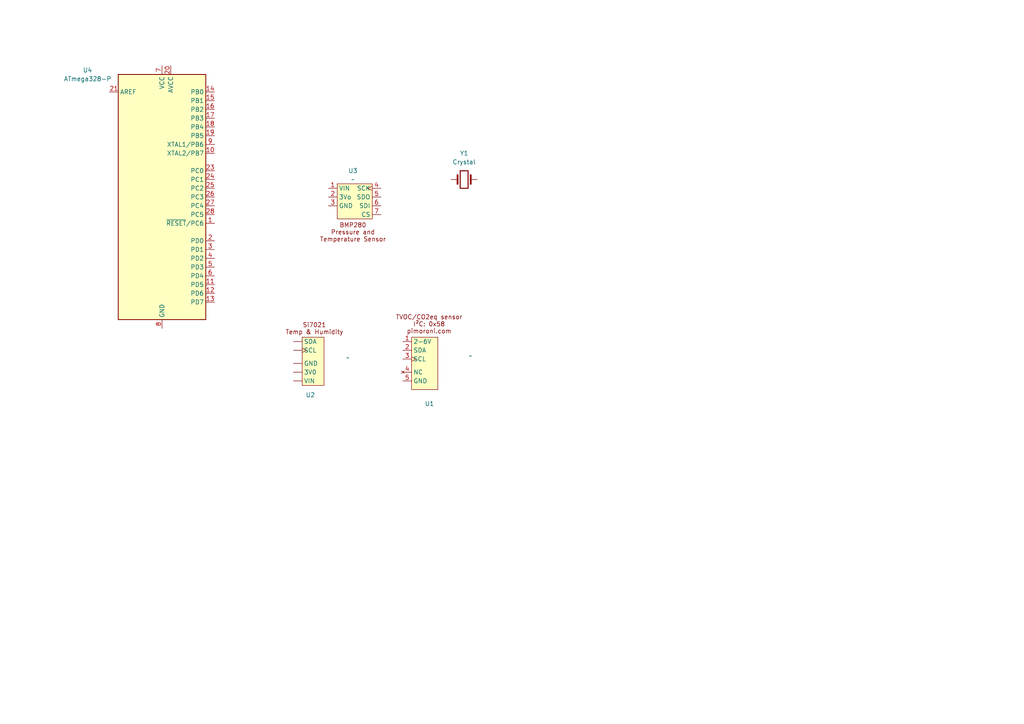
<source format=kicad_sch>
(kicad_sch (version 20231120) (generator "eeschema") (generator_version "8.0")
  (paper "A4")
  (lib_symbols
    (symbol "Device:Crystal" (pin_numbers hide) (pin_names (offset 1.016) hide)
      (property "Reference" "Y" (at 0 3.81 0))
      (property "Value" "Crystal" (at 0 -3.81 0))
      (symbol "Crystal_0_1"
        (rectangle (start -1.143 2.54) (end 1.143 -2.54) (stroke (width 0.3048)))
        (polyline (pts (xy -2.54 0) (xy -1.905 0)))
        (polyline (pts (xy -1.905 -1.27) (xy -1.905 1.27)) (stroke (width 0.508)))
        (polyline (pts (xy 1.905 -1.27) (xy 1.905 1.27)) (stroke (width 0.508)))
        (polyline (pts (xy 2.54 0) (xy 1.905 0)))
      )
      (symbol "Crystal_1_1"
        (pin passive line (at -3.81 0 0) (length 1.27) (name "1") (number "1"))
        (pin passive line (at 3.81 0 180) (length 1.27) (name "2") (number "2"))
      )
    )
    (symbol "MCU_Microchip_ATmega:ATmega328-P"
      (property "Reference" "U" (at -12.7 36.83 0))
      (property "Value" "ATmega328-P" (at 2.54 -36.83 0))
      (symbol "ATmega328-P_0_1"
        (rectangle (start -12.7 -35.56) (end 12.7 35.56) (stroke (width 0.254)) (fill (type background)))
      )
      (symbol "ATmega328-P_1_1"
        (pin bidirectional line (at 15.24 -7.62 180) (length 2.54) (name "~{RESET}/PC6") (number "1"))
        (pin bidirectional line (at 15.24 12.7 180) (length 2.54) (name "XTAL2/PB7") (number "10"))
        (pin bidirectional line (at 15.24 -25.4 180) (length 2.54) (name "PD5") (number "11"))
        (pin bidirectional line (at 15.24 -27.94 180) (length 2.54) (name "PD6") (number "12"))
        (pin bidirectional line (at 15.24 -30.48 180) (length 2.54) (name "PD7") (number "13"))
        (pin bidirectional line (at 15.24 30.48 180) (length 2.54) (name "PB0") (number "14"))
        (pin bidirectional line (at 15.24 27.94 180) (length 2.54) (name "PB1") (number "15"))
        (pin bidirectional line (at 15.24 25.4 180) (length 2.54) (name "PB2") (number "16"))
        (pin bidirectional line (at 15.24 22.86 180) (length 2.54) (name "PB3") (number "17"))
        (pin bidirectional line (at 15.24 20.32 180) (length 2.54) (name "PB4") (number "18"))
        (pin bidirectional line (at 15.24 17.78 180) (length 2.54) (name "PB5") (number "19"))
        (pin bidirectional line (at 15.24 -12.7 180) (length 2.54) (name "PD0") (number "2"))
        (pin power_in line (at 2.54 38.1 270) (length 2.54) (name "AVCC") (number "20"))
        (pin passive line (at -15.24 30.48 0) (length 2.54) (name "AREF") (number "21"))
        (pin passive line (at 0 -38.1 90) (length 2.54) hide (name "GND") (number "22"))
        (pin bidirectional line (at 15.24 7.62 180) (length 2.54) (name "PC0") (number "23"))
        (pin bidirectional line (at 15.24 5.08 180) (length 2.54) (name "PC1") (number "24"))
        (pin bidirectional line (at 15.24 2.54 180) (length 2.54) (name "PC2") (number "25"))
        (pin bidirectional line (at 15.24 0 180) (length 2.54) (name "PC3") (number "26"))
        (pin bidirectional line (at 15.24 -2.54 180) (length 2.54) (name "PC4") (number "27"))
        (pin bidirectional line (at 15.24 -5.08 180) (length 2.54) (name "PC5") (number "28"))
        (pin bidirectional line (at 15.24 -15.24 180) (length 2.54) (name "PD1") (number "3"))
        (pin bidirectional line (at 15.24 -17.78 180) (length 2.54) (name "PD2") (number "4"))
        (pin bidirectional line (at 15.24 -20.32 180) (length 2.54) (name "PD3") (number "5"))
        (pin bidirectional line (at 15.24 -22.86 180) (length 2.54) (name "PD4") (number "6"))
        (pin power_in line (at 0 38.1 270) (length 2.54) (name "VCC") (number "7"))
        (pin power_in line (at 0 -38.1 90) (length 2.54) (name "GND") (number "8"))
        (pin bidirectional line (at 15.24 15.24 180) (length 2.54) (name "XTAL1/PB6") (number "9"))
      )
    )
    (symbol "sensors:BMP280"
      (property "Reference" "U" (at 0 0 0))
      (symbol "BMP280_1_1"
        (rectangle (start -3.81 20.32) (end 6.35 10.16) (fill (type background)))
        (text "BMP280\nPressure and\nTemperature Sensor" (at 0.762 6.35 0) (effects (font (size 1.27 1.27))))
        (pin power_in line (at -6.35 19.05 0) (length 2.54) (name "VIN") (number "1"))
        (pin power_in line (at -6.35 16.51 0) (length 2.54) (name "3Vo") (number "2"))
        (pin power_in line (at -6.35 13.97 0) (length 2.54) (name "GND") (number "3"))
        (pin input clock (at 8.89 19.05 180) (length 2.54) (name "SCK") (number "4"))
        (pin output line (at 8.89 16.51 180) (length 2.54) (name "SDO") (number "5"))
        (pin input line (at 8.89 13.97 180) (length 2.54) (name "SDI") (number "6"))
        (pin input line (at 8.89 11.43 180) (length 2.54) (name "CS") (number "7"))
      )
    )
    (symbol "sensors:SGP30"
      (property "Reference" "U" (at 0 -10.668 0))
      (symbol "SGP30_1_1"
        (rectangle (start -3.81 6.35) (end 3.81 -8.89) (fill (type background)))
        (text "TVOC/CO2eq sensor\nI²C: 0x58\npimoroni.com" (at 1.27 10.16 0) (effects (font (size 1.27 1.27))))
        (pin power_in line (at -6.35 5.08 0) (length 2.54) (name "2-6V") (number "1"))
        (pin bidirectional line (at -6.35 2.54 0) (length 2.54) (name "SDA") (number "2"))
        (pin input clock (at -6.35 0 0) (length 2.54) (name "SCL") (number "3"))
        (pin no_connect line (at -6.35 -3.81 0) (length 2.54) (name "NC") (number "4"))
        (pin power_in line (at -6.35 -6.35 0) (length 2.54) (name "GND") (number "5"))
      )
    )
    (symbol "sensors:Si7021Original"
      (property "Reference" "U" (at 0.254 -8.382 0))
      (symbol "Si7021Original_1_1"
        (rectangle (start -1.27 10.16) (end 5.08 -3.81) (fill (type background)))
        (text "Si7021\nTemp & Humidity" (at 2.286 12.7 0) (effects (font (size 1.27 1.27))))
        (pin power_in line (at -3.81 0 0) (length 2.54) (name "3V0") (number ""))
        (pin power_in line (at -3.81 2.54 0) (length 2.54) (name "GND") (number ""))
        (pin input clock (at -3.81 6.35 0) (length 2.54) (name "SCL") (number ""))
        (pin bidirectional line (at -3.81 8.89 0) (length 2.54) (name "SDA") (number ""))
        (pin power_in line (at -3.81 -2.54 0) (length 2.54) (name "VIN") (number ""))
      )
    )
  )
  (symbol (lib_id "MCU_Microchip_ATmega:ATmega328-P") (at 46.99 57.15 0) (unit 1)
    (property "Reference" "U4" (at 25.4 20.3514 0))
    (property "Value" "ATmega328-P" (at 25.4 22.8914 0))
    (property "Footprint" "Package_DIP:DIP-28_W7.62mm" (effects (hide yes)))
    (property "Datasheet" "http://ww1.microchip.com/downloads/en/DeviceDoc/ATmega328_P%20AVR%20MCU%20with%20picoPower%20Technology%20Data%20Sheet%2040001984A.pdf" (effects (hide yes)))
    (property "Description" "20MHz, 32kB Flash, 2kB SRAM, 1kB EEPROM, DIP-28" (effects (hide yes)))
  )
  (symbol (lib_id "sensors:Si7021Original") (at 88.9 107.95 0) (unit 1)
    (property "Reference" "U2" (at 88.646 114.554 0) (effects (justify left)))
    (property "Value" "~" (at 100.33 103.753 0) (effects (justify left)))
    (property "Footprint" "sensors:Si7021original" (effects (hide yes)))
  )
  (symbol (lib_id "Device:Crystal") (at 134.62 52.07 0) (unit 1)
    (property "Reference" "Y1" (at 134.62 44.45 0))
    (property "Value" "Crystal" (at 134.62 46.99 0))
    (property "Footprint" "Crystal:Resonator-2Pin_W10.0mm_H5.0mm" (effects (hide yes)))
    (property "Description" "Two pin crystal" (effects (hide yes)))
  )
  (symbol (lib_id "sensors:SGP30") (at 123.19 104.14 0) (unit 1)
    (property "Reference" "U1" (at 123.19 117.094 0) (effects (justify left)))
    (property "Value" "~" (at 135.89 103.2418 0) (effects (justify left)))
    (property "Footprint" "sensors:SGP30" (effects (hide yes)))
  )
  (symbol (lib_id "sensors:BMP280") (at 101.6 73.66 0) (unit 1)
    (property "Reference" "U3" (at 102.362 49.53 0))
    (property "Value" "~" (at 102.362 52.07 0))
    (property "Footprint" "sensors:BMP280" (effects (hide yes)))
  )
)
</source>
